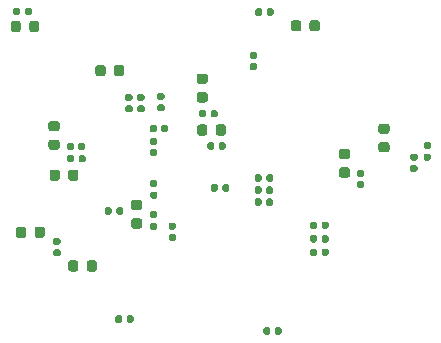
<source format=gbp>
G04 #@! TF.GenerationSoftware,KiCad,Pcbnew,5.1.6*
G04 #@! TF.CreationDate,2020-05-21T11:34:31+02:00*
G04 #@! TF.ProjectId,luna_rev0,6c756e61-5f72-4657-9630-2e6b69636164,r0*
G04 #@! TF.SameCoordinates,Original*
G04 #@! TF.FileFunction,Paste,Bot*
G04 #@! TF.FilePolarity,Positive*
%FSLAX46Y46*%
G04 Gerber Fmt 4.6, Leading zero omitted, Abs format (unit mm)*
G04 Created by KiCad (PCBNEW 5.1.6) date 2020-05-21 11:34:31*
%MOMM*%
%LPD*%
G01*
G04 APERTURE LIST*
G04 APERTURE END LIST*
G36*
G01*
X114048250Y-81616000D02*
X113535750Y-81616000D01*
G75*
G02*
X113317000Y-81397250I0J218750D01*
G01*
X113317000Y-80959750D01*
G75*
G02*
X113535750Y-80741000I218750J0D01*
G01*
X114048250Y-80741000D01*
G75*
G02*
X114267000Y-80959750I0J-218750D01*
G01*
X114267000Y-81397250D01*
G75*
G02*
X114048250Y-81616000I-218750J0D01*
G01*
G37*
G36*
G01*
X114048250Y-80041000D02*
X113535750Y-80041000D01*
G75*
G02*
X113317000Y-79822250I0J218750D01*
G01*
X113317000Y-79384750D01*
G75*
G02*
X113535750Y-79166000I218750J0D01*
G01*
X114048250Y-79166000D01*
G75*
G02*
X114267000Y-79384750I0J-218750D01*
G01*
X114267000Y-79822250D01*
G75*
G02*
X114048250Y-80041000I-218750J0D01*
G01*
G37*
G36*
G01*
X107973150Y-91434400D02*
X108485650Y-91434400D01*
G75*
G02*
X108704400Y-91653150I0J-218750D01*
G01*
X108704400Y-92090650D01*
G75*
G02*
X108485650Y-92309400I-218750J0D01*
G01*
X107973150Y-92309400D01*
G75*
G02*
X107754400Y-92090650I0J218750D01*
G01*
X107754400Y-91653150D01*
G75*
G02*
X107973150Y-91434400I218750J0D01*
G01*
G37*
G36*
G01*
X107973150Y-89859400D02*
X108485650Y-89859400D01*
G75*
G02*
X108704400Y-90078150I0J-218750D01*
G01*
X108704400Y-90515650D01*
G75*
G02*
X108485650Y-90734400I-218750J0D01*
G01*
X107973150Y-90734400D01*
G75*
G02*
X107754400Y-90515650I0J218750D01*
G01*
X107754400Y-90078150D01*
G75*
G02*
X107973150Y-89859400I218750J0D01*
G01*
G37*
G36*
G01*
X100005500Y-74927750D02*
X100005500Y-75440250D01*
G75*
G02*
X99786750Y-75659000I-218750J0D01*
G01*
X99349250Y-75659000D01*
G75*
G02*
X99130500Y-75440250I0J218750D01*
G01*
X99130500Y-74927750D01*
G75*
G02*
X99349250Y-74709000I218750J0D01*
G01*
X99786750Y-74709000D01*
G75*
G02*
X100005500Y-74927750I0J-218750D01*
G01*
G37*
G36*
G01*
X98430500Y-74927750D02*
X98430500Y-75440250D01*
G75*
G02*
X98211750Y-75659000I-218750J0D01*
G01*
X97774250Y-75659000D01*
G75*
G02*
X97555500Y-75440250I0J218750D01*
G01*
X97555500Y-74927750D01*
G75*
G02*
X97774250Y-74709000I218750J0D01*
G01*
X98211750Y-74709000D01*
G75*
G02*
X98430500Y-74927750I0J-218750D01*
G01*
G37*
G36*
G01*
X114929500Y-84203250D02*
X114929500Y-83690750D01*
G75*
G02*
X115148250Y-83472000I218750J0D01*
G01*
X115585750Y-83472000D01*
G75*
G02*
X115804500Y-83690750I0J-218750D01*
G01*
X115804500Y-84203250D01*
G75*
G02*
X115585750Y-84422000I-218750J0D01*
G01*
X115148250Y-84422000D01*
G75*
G02*
X114929500Y-84203250I0J218750D01*
G01*
G37*
G36*
G01*
X113354500Y-84203250D02*
X113354500Y-83690750D01*
G75*
G02*
X113573250Y-83472000I218750J0D01*
G01*
X114010750Y-83472000D01*
G75*
G02*
X114229500Y-83690750I0J-218750D01*
G01*
X114229500Y-84203250D01*
G75*
G02*
X114010750Y-84422000I-218750J0D01*
G01*
X113573250Y-84422000D01*
G75*
G02*
X113354500Y-84203250I0J218750D01*
G01*
G37*
G36*
G01*
X110114300Y-80804800D02*
X110459300Y-80804800D01*
G75*
G02*
X110606800Y-80952300I0J-147500D01*
G01*
X110606800Y-81247300D01*
G75*
G02*
X110459300Y-81394800I-147500J0D01*
G01*
X110114300Y-81394800D01*
G75*
G02*
X109966800Y-81247300I0J147500D01*
G01*
X109966800Y-80952300D01*
G75*
G02*
X110114300Y-80804800I147500J0D01*
G01*
G37*
G36*
G01*
X110114300Y-81774800D02*
X110459300Y-81774800D01*
G75*
G02*
X110606800Y-81922300I0J-147500D01*
G01*
X110606800Y-82217300D01*
G75*
G02*
X110459300Y-82364800I-147500J0D01*
G01*
X110114300Y-82364800D01*
G75*
G02*
X109966800Y-82217300I0J147500D01*
G01*
X109966800Y-81922300D01*
G75*
G02*
X110114300Y-81774800I147500J0D01*
G01*
G37*
G36*
G01*
X120500500Y-100792500D02*
X120500500Y-101137500D01*
G75*
G02*
X120353000Y-101285000I-147500J0D01*
G01*
X120058000Y-101285000D01*
G75*
G02*
X119910500Y-101137500I0J147500D01*
G01*
X119910500Y-100792500D01*
G75*
G02*
X120058000Y-100645000I147500J0D01*
G01*
X120353000Y-100645000D01*
G75*
G02*
X120500500Y-100792500I0J-147500D01*
G01*
G37*
G36*
G01*
X119530500Y-100792500D02*
X119530500Y-101137500D01*
G75*
G02*
X119383000Y-101285000I-147500J0D01*
G01*
X119088000Y-101285000D01*
G75*
G02*
X118940500Y-101137500I0J147500D01*
G01*
X118940500Y-100792500D01*
G75*
G02*
X119088000Y-100645000I147500J0D01*
G01*
X119383000Y-100645000D01*
G75*
G02*
X119530500Y-100792500I0J-147500D01*
G01*
G37*
G36*
G01*
X115483000Y-89009000D02*
X115483000Y-88664000D01*
G75*
G02*
X115630500Y-88516500I147500J0D01*
G01*
X115925500Y-88516500D01*
G75*
G02*
X116073000Y-88664000I0J-147500D01*
G01*
X116073000Y-89009000D01*
G75*
G02*
X115925500Y-89156500I-147500J0D01*
G01*
X115630500Y-89156500D01*
G75*
G02*
X115483000Y-89009000I0J147500D01*
G01*
G37*
G36*
G01*
X114513000Y-89009000D02*
X114513000Y-88664000D01*
G75*
G02*
X114660500Y-88516500I147500J0D01*
G01*
X114955500Y-88516500D01*
G75*
G02*
X115103000Y-88664000I0J-147500D01*
G01*
X115103000Y-89009000D01*
G75*
G02*
X114955500Y-89156500I-147500J0D01*
G01*
X114660500Y-89156500D01*
G75*
G02*
X114513000Y-89009000I0J147500D01*
G01*
G37*
G36*
G01*
X98385000Y-73741500D02*
X98385000Y-74086500D01*
G75*
G02*
X98237500Y-74234000I-147500J0D01*
G01*
X97942500Y-74234000D01*
G75*
G02*
X97795000Y-74086500I0J147500D01*
G01*
X97795000Y-73741500D01*
G75*
G02*
X97942500Y-73594000I147500J0D01*
G01*
X98237500Y-73594000D01*
G75*
G02*
X98385000Y-73741500I0J-147500D01*
G01*
G37*
G36*
G01*
X99355000Y-73741500D02*
X99355000Y-74086500D01*
G75*
G02*
X99207500Y-74234000I-147500J0D01*
G01*
X98912500Y-74234000D01*
G75*
G02*
X98765000Y-74086500I0J147500D01*
G01*
X98765000Y-73741500D01*
G75*
G02*
X98912500Y-73594000I147500J0D01*
G01*
X99207500Y-73594000D01*
G75*
G02*
X99355000Y-73741500I0J-147500D01*
G01*
G37*
G36*
G01*
X114218500Y-85453000D02*
X114218500Y-85108000D01*
G75*
G02*
X114366000Y-84960500I147500J0D01*
G01*
X114661000Y-84960500D01*
G75*
G02*
X114808500Y-85108000I0J-147500D01*
G01*
X114808500Y-85453000D01*
G75*
G02*
X114661000Y-85600500I-147500J0D01*
G01*
X114366000Y-85600500D01*
G75*
G02*
X114218500Y-85453000I0J147500D01*
G01*
G37*
G36*
G01*
X115188500Y-85453000D02*
X115188500Y-85108000D01*
G75*
G02*
X115336000Y-84960500I147500J0D01*
G01*
X115631000Y-84960500D01*
G75*
G02*
X115778500Y-85108000I0J-147500D01*
G01*
X115778500Y-85453000D01*
G75*
G02*
X115631000Y-85600500I-147500J0D01*
G01*
X115336000Y-85600500D01*
G75*
G02*
X115188500Y-85453000I0J147500D01*
G01*
G37*
G36*
G01*
X113520000Y-82722500D02*
X113520000Y-82377500D01*
G75*
G02*
X113667500Y-82230000I147500J0D01*
G01*
X113962500Y-82230000D01*
G75*
G02*
X114110000Y-82377500I0J-147500D01*
G01*
X114110000Y-82722500D01*
G75*
G02*
X113962500Y-82870000I-147500J0D01*
G01*
X113667500Y-82870000D01*
G75*
G02*
X113520000Y-82722500I0J147500D01*
G01*
G37*
G36*
G01*
X114490000Y-82722500D02*
X114490000Y-82377500D01*
G75*
G02*
X114637500Y-82230000I147500J0D01*
G01*
X114932500Y-82230000D01*
G75*
G02*
X115080000Y-82377500I0J-147500D01*
G01*
X115080000Y-82722500D01*
G75*
G02*
X114932500Y-82870000I-147500J0D01*
G01*
X114637500Y-82870000D01*
G75*
G02*
X114490000Y-82722500I0J147500D01*
G01*
G37*
G36*
G01*
X109837000Y-85194500D02*
X109492000Y-85194500D01*
G75*
G02*
X109344500Y-85047000I0J147500D01*
G01*
X109344500Y-84752000D01*
G75*
G02*
X109492000Y-84604500I147500J0D01*
G01*
X109837000Y-84604500D01*
G75*
G02*
X109984500Y-84752000I0J-147500D01*
G01*
X109984500Y-85047000D01*
G75*
G02*
X109837000Y-85194500I-147500J0D01*
G01*
G37*
G36*
G01*
X109837000Y-86164500D02*
X109492000Y-86164500D01*
G75*
G02*
X109344500Y-86017000I0J147500D01*
G01*
X109344500Y-85722000D01*
G75*
G02*
X109492000Y-85574500I147500J0D01*
G01*
X109837000Y-85574500D01*
G75*
G02*
X109984500Y-85722000I0J-147500D01*
G01*
X109984500Y-86017000D01*
G75*
G02*
X109837000Y-86164500I-147500J0D01*
G01*
G37*
G36*
G01*
X109849700Y-88783800D02*
X109504700Y-88783800D01*
G75*
G02*
X109357200Y-88636300I0J147500D01*
G01*
X109357200Y-88341300D01*
G75*
G02*
X109504700Y-88193800I147500J0D01*
G01*
X109849700Y-88193800D01*
G75*
G02*
X109997200Y-88341300I0J-147500D01*
G01*
X109997200Y-88636300D01*
G75*
G02*
X109849700Y-88783800I-147500J0D01*
G01*
G37*
G36*
G01*
X109849700Y-89753800D02*
X109504700Y-89753800D01*
G75*
G02*
X109357200Y-89606300I0J147500D01*
G01*
X109357200Y-89311300D01*
G75*
G02*
X109504700Y-89163800I147500J0D01*
G01*
X109849700Y-89163800D01*
G75*
G02*
X109997200Y-89311300I0J-147500D01*
G01*
X109997200Y-89606300D01*
G75*
G02*
X109849700Y-89753800I-147500J0D01*
G01*
G37*
G36*
G01*
X109492000Y-90827500D02*
X109837000Y-90827500D01*
G75*
G02*
X109984500Y-90975000I0J-147500D01*
G01*
X109984500Y-91270000D01*
G75*
G02*
X109837000Y-91417500I-147500J0D01*
G01*
X109492000Y-91417500D01*
G75*
G02*
X109344500Y-91270000I0J147500D01*
G01*
X109344500Y-90975000D01*
G75*
G02*
X109492000Y-90827500I147500J0D01*
G01*
G37*
G36*
G01*
X109492000Y-91797500D02*
X109837000Y-91797500D01*
G75*
G02*
X109984500Y-91945000I0J-147500D01*
G01*
X109984500Y-92240000D01*
G75*
G02*
X109837000Y-92387500I-147500J0D01*
G01*
X109492000Y-92387500D01*
G75*
G02*
X109344500Y-92240000I0J147500D01*
G01*
X109344500Y-91945000D01*
G75*
G02*
X109492000Y-91797500I147500J0D01*
G01*
G37*
G36*
G01*
X122867000Y-75376750D02*
X122867000Y-74864250D01*
G75*
G02*
X123085750Y-74645500I218750J0D01*
G01*
X123523250Y-74645500D01*
G75*
G02*
X123742000Y-74864250I0J-218750D01*
G01*
X123742000Y-75376750D01*
G75*
G02*
X123523250Y-75595500I-218750J0D01*
G01*
X123085750Y-75595500D01*
G75*
G02*
X122867000Y-75376750I0J218750D01*
G01*
G37*
G36*
G01*
X121292000Y-75376750D02*
X121292000Y-74864250D01*
G75*
G02*
X121510750Y-74645500I218750J0D01*
G01*
X121948250Y-74645500D01*
G75*
G02*
X122167000Y-74864250I0J-218750D01*
G01*
X122167000Y-75376750D01*
G75*
G02*
X121948250Y-75595500I-218750J0D01*
G01*
X121510750Y-75595500D01*
G75*
G02*
X121292000Y-75376750I0J218750D01*
G01*
G37*
G36*
G01*
X118267400Y-74137300D02*
X118267400Y-73792300D01*
G75*
G02*
X118414900Y-73644800I147500J0D01*
G01*
X118709900Y-73644800D01*
G75*
G02*
X118857400Y-73792300I0J-147500D01*
G01*
X118857400Y-74137300D01*
G75*
G02*
X118709900Y-74284800I-147500J0D01*
G01*
X118414900Y-74284800D01*
G75*
G02*
X118267400Y-74137300I0J147500D01*
G01*
G37*
G36*
G01*
X119237400Y-74137300D02*
X119237400Y-73792300D01*
G75*
G02*
X119384900Y-73644800I147500J0D01*
G01*
X119679900Y-73644800D01*
G75*
G02*
X119827400Y-73792300I0J-147500D01*
G01*
X119827400Y-74137300D01*
G75*
G02*
X119679900Y-74284800I-147500J0D01*
G01*
X119384900Y-74284800D01*
G75*
G02*
X119237400Y-74137300I0J147500D01*
G01*
G37*
G36*
G01*
X111424500Y-93340000D02*
X111079500Y-93340000D01*
G75*
G02*
X110932000Y-93192500I0J147500D01*
G01*
X110932000Y-92897500D01*
G75*
G02*
X111079500Y-92750000I147500J0D01*
G01*
X111424500Y-92750000D01*
G75*
G02*
X111572000Y-92897500I0J-147500D01*
G01*
X111572000Y-93192500D01*
G75*
G02*
X111424500Y-93340000I-147500J0D01*
G01*
G37*
G36*
G01*
X111424500Y-92370000D02*
X111079500Y-92370000D01*
G75*
G02*
X110932000Y-92222500I0J147500D01*
G01*
X110932000Y-91927500D01*
G75*
G02*
X111079500Y-91780000I147500J0D01*
G01*
X111424500Y-91780000D01*
G75*
G02*
X111572000Y-91927500I0J-147500D01*
G01*
X111572000Y-92222500D01*
G75*
G02*
X111424500Y-92370000I-147500J0D01*
G01*
G37*
G36*
G01*
X117937500Y-78295000D02*
X118282500Y-78295000D01*
G75*
G02*
X118430000Y-78442500I0J-147500D01*
G01*
X118430000Y-78737500D01*
G75*
G02*
X118282500Y-78885000I-147500J0D01*
G01*
X117937500Y-78885000D01*
G75*
G02*
X117790000Y-78737500I0J147500D01*
G01*
X117790000Y-78442500D01*
G75*
G02*
X117937500Y-78295000I147500J0D01*
G01*
G37*
G36*
G01*
X117937500Y-77325000D02*
X118282500Y-77325000D01*
G75*
G02*
X118430000Y-77472500I0J-147500D01*
G01*
X118430000Y-77767500D01*
G75*
G02*
X118282500Y-77915000I-147500J0D01*
G01*
X117937500Y-77915000D01*
G75*
G02*
X117790000Y-77767500I0J147500D01*
G01*
X117790000Y-77472500D01*
G75*
G02*
X117937500Y-77325000I147500J0D01*
G01*
G37*
G36*
G01*
X119212000Y-88183500D02*
X119212000Y-87838500D01*
G75*
G02*
X119359500Y-87691000I147500J0D01*
G01*
X119654500Y-87691000D01*
G75*
G02*
X119802000Y-87838500I0J-147500D01*
G01*
X119802000Y-88183500D01*
G75*
G02*
X119654500Y-88331000I-147500J0D01*
G01*
X119359500Y-88331000D01*
G75*
G02*
X119212000Y-88183500I0J147500D01*
G01*
G37*
G36*
G01*
X118242000Y-88183500D02*
X118242000Y-87838500D01*
G75*
G02*
X118389500Y-87691000I147500J0D01*
G01*
X118684500Y-87691000D01*
G75*
G02*
X118832000Y-87838500I0J-147500D01*
G01*
X118832000Y-88183500D01*
G75*
G02*
X118684500Y-88331000I-147500J0D01*
G01*
X118389500Y-88331000D01*
G75*
G02*
X118242000Y-88183500I0J147500D01*
G01*
G37*
G36*
G01*
X107102000Y-90632500D02*
X107102000Y-90977500D01*
G75*
G02*
X106954500Y-91125000I-147500J0D01*
G01*
X106659500Y-91125000D01*
G75*
G02*
X106512000Y-90977500I0J147500D01*
G01*
X106512000Y-90632500D01*
G75*
G02*
X106659500Y-90485000I147500J0D01*
G01*
X106954500Y-90485000D01*
G75*
G02*
X107102000Y-90632500I0J-147500D01*
G01*
G37*
G36*
G01*
X106132000Y-90632500D02*
X106132000Y-90977500D01*
G75*
G02*
X105984500Y-91125000I-147500J0D01*
G01*
X105689500Y-91125000D01*
G75*
G02*
X105542000Y-90977500I0J147500D01*
G01*
X105542000Y-90632500D01*
G75*
G02*
X105689500Y-90485000I147500J0D01*
G01*
X105984500Y-90485000D01*
G75*
G02*
X106132000Y-90632500I0J-147500D01*
G01*
G37*
G36*
G01*
X107196340Y-78656470D02*
X107196340Y-79168970D01*
G75*
G02*
X106977590Y-79387720I-218750J0D01*
G01*
X106540090Y-79387720D01*
G75*
G02*
X106321340Y-79168970I0J218750D01*
G01*
X106321340Y-78656470D01*
G75*
G02*
X106540090Y-78437720I218750J0D01*
G01*
X106977590Y-78437720D01*
G75*
G02*
X107196340Y-78656470I0J-218750D01*
G01*
G37*
G36*
G01*
X105621340Y-78656470D02*
X105621340Y-79168970D01*
G75*
G02*
X105402590Y-79387720I-218750J0D01*
G01*
X104965090Y-79387720D01*
G75*
G02*
X104746340Y-79168970I0J218750D01*
G01*
X104746340Y-78656470D01*
G75*
G02*
X104965090Y-78437720I218750J0D01*
G01*
X105402590Y-78437720D01*
G75*
G02*
X105621340Y-78656470I0J-218750D01*
G01*
G37*
G36*
G01*
X107396500Y-80881000D02*
X107741500Y-80881000D01*
G75*
G02*
X107889000Y-81028500I0J-147500D01*
G01*
X107889000Y-81323500D01*
G75*
G02*
X107741500Y-81471000I-147500J0D01*
G01*
X107396500Y-81471000D01*
G75*
G02*
X107249000Y-81323500I0J147500D01*
G01*
X107249000Y-81028500D01*
G75*
G02*
X107396500Y-80881000I147500J0D01*
G01*
G37*
G36*
G01*
X107396500Y-81851000D02*
X107741500Y-81851000D01*
G75*
G02*
X107889000Y-81998500I0J-147500D01*
G01*
X107889000Y-82293500D01*
G75*
G02*
X107741500Y-82441000I-147500J0D01*
G01*
X107396500Y-82441000D01*
G75*
G02*
X107249000Y-82293500I0J147500D01*
G01*
X107249000Y-81998500D01*
G75*
G02*
X107396500Y-81851000I147500J0D01*
G01*
G37*
G36*
G01*
X108412500Y-81851000D02*
X108757500Y-81851000D01*
G75*
G02*
X108905000Y-81998500I0J-147500D01*
G01*
X108905000Y-82293500D01*
G75*
G02*
X108757500Y-82441000I-147500J0D01*
G01*
X108412500Y-82441000D01*
G75*
G02*
X108265000Y-82293500I0J147500D01*
G01*
X108265000Y-81998500D01*
G75*
G02*
X108412500Y-81851000I147500J0D01*
G01*
G37*
G36*
G01*
X108412500Y-80881000D02*
X108757500Y-80881000D01*
G75*
G02*
X108905000Y-81028500I0J-147500D01*
G01*
X108905000Y-81323500D01*
G75*
G02*
X108757500Y-81471000I-147500J0D01*
G01*
X108412500Y-81471000D01*
G75*
G02*
X108265000Y-81323500I0J147500D01*
G01*
X108265000Y-81028500D01*
G75*
G02*
X108412500Y-80881000I147500J0D01*
G01*
G37*
G36*
G01*
X118219000Y-90215500D02*
X118219000Y-89870500D01*
G75*
G02*
X118366500Y-89723000I147500J0D01*
G01*
X118661500Y-89723000D01*
G75*
G02*
X118809000Y-89870500I0J-147500D01*
G01*
X118809000Y-90215500D01*
G75*
G02*
X118661500Y-90363000I-147500J0D01*
G01*
X118366500Y-90363000D01*
G75*
G02*
X118219000Y-90215500I0J147500D01*
G01*
G37*
G36*
G01*
X119189000Y-90215500D02*
X119189000Y-89870500D01*
G75*
G02*
X119336500Y-89723000I147500J0D01*
G01*
X119631500Y-89723000D01*
G75*
G02*
X119779000Y-89870500I0J-147500D01*
G01*
X119779000Y-90215500D01*
G75*
G02*
X119631500Y-90363000I-147500J0D01*
G01*
X119336500Y-90363000D01*
G75*
G02*
X119189000Y-90215500I0J147500D01*
G01*
G37*
G36*
G01*
X103291000Y-85516500D02*
X103291000Y-85171500D01*
G75*
G02*
X103438500Y-85024000I147500J0D01*
G01*
X103733500Y-85024000D01*
G75*
G02*
X103881000Y-85171500I0J-147500D01*
G01*
X103881000Y-85516500D01*
G75*
G02*
X103733500Y-85664000I-147500J0D01*
G01*
X103438500Y-85664000D01*
G75*
G02*
X103291000Y-85516500I0J147500D01*
G01*
G37*
G36*
G01*
X102321000Y-85516500D02*
X102321000Y-85171500D01*
G75*
G02*
X102468500Y-85024000I147500J0D01*
G01*
X102763500Y-85024000D01*
G75*
G02*
X102911000Y-85171500I0J-147500D01*
G01*
X102911000Y-85516500D01*
G75*
G02*
X102763500Y-85664000I-147500J0D01*
G01*
X102468500Y-85664000D01*
G75*
G02*
X102321000Y-85516500I0J147500D01*
G01*
G37*
G36*
G01*
X109919000Y-83647500D02*
X109919000Y-83992500D01*
G75*
G02*
X109771500Y-84140000I-147500J0D01*
G01*
X109476500Y-84140000D01*
G75*
G02*
X109329000Y-83992500I0J147500D01*
G01*
X109329000Y-83647500D01*
G75*
G02*
X109476500Y-83500000I147500J0D01*
G01*
X109771500Y-83500000D01*
G75*
G02*
X109919000Y-83647500I0J-147500D01*
G01*
G37*
G36*
G01*
X110889000Y-83647500D02*
X110889000Y-83992500D01*
G75*
G02*
X110741500Y-84140000I-147500J0D01*
G01*
X110446500Y-84140000D01*
G75*
G02*
X110299000Y-83992500I0J147500D01*
G01*
X110299000Y-83647500D01*
G75*
G02*
X110446500Y-83500000I147500J0D01*
G01*
X110741500Y-83500000D01*
G75*
G02*
X110889000Y-83647500I0J-147500D01*
G01*
G37*
G36*
G01*
X100462700Y-92352150D02*
X100462700Y-92864650D01*
G75*
G02*
X100243950Y-93083400I-218750J0D01*
G01*
X99806450Y-93083400D01*
G75*
G02*
X99587700Y-92864650I0J218750D01*
G01*
X99587700Y-92352150D01*
G75*
G02*
X99806450Y-92133400I218750J0D01*
G01*
X100243950Y-92133400D01*
G75*
G02*
X100462700Y-92352150I0J-218750D01*
G01*
G37*
G36*
G01*
X98887700Y-92352150D02*
X98887700Y-92864650D01*
G75*
G02*
X98668950Y-93083400I-218750J0D01*
G01*
X98231450Y-93083400D01*
G75*
G02*
X98012700Y-92864650I0J218750D01*
G01*
X98012700Y-92352150D01*
G75*
G02*
X98231450Y-92133400I218750J0D01*
G01*
X98668950Y-92133400D01*
G75*
G02*
X98887700Y-92352150I0J-218750D01*
G01*
G37*
G36*
G01*
X103307300Y-95196950D02*
X103307300Y-95709450D01*
G75*
G02*
X103088550Y-95928200I-218750J0D01*
G01*
X102651050Y-95928200D01*
G75*
G02*
X102432300Y-95709450I0J218750D01*
G01*
X102432300Y-95196950D01*
G75*
G02*
X102651050Y-94978200I218750J0D01*
G01*
X103088550Y-94978200D01*
G75*
G02*
X103307300Y-95196950I0J-218750D01*
G01*
G37*
G36*
G01*
X104882300Y-95196950D02*
X104882300Y-95709450D01*
G75*
G02*
X104663550Y-95928200I-218750J0D01*
G01*
X104226050Y-95928200D01*
G75*
G02*
X104007300Y-95709450I0J218750D01*
G01*
X104007300Y-95196950D01*
G75*
G02*
X104226050Y-94978200I218750J0D01*
G01*
X104663550Y-94978200D01*
G75*
G02*
X104882300Y-95196950I0J-218750D01*
G01*
G37*
G36*
G01*
X101645500Y-93663000D02*
X101300500Y-93663000D01*
G75*
G02*
X101153000Y-93515500I0J147500D01*
G01*
X101153000Y-93220500D01*
G75*
G02*
X101300500Y-93073000I147500J0D01*
G01*
X101645500Y-93073000D01*
G75*
G02*
X101793000Y-93220500I0J-147500D01*
G01*
X101793000Y-93515500D01*
G75*
G02*
X101645500Y-93663000I-147500J0D01*
G01*
G37*
G36*
G01*
X101645500Y-94633000D02*
X101300500Y-94633000D01*
G75*
G02*
X101153000Y-94485500I0J147500D01*
G01*
X101153000Y-94190500D01*
G75*
G02*
X101300500Y-94043000I147500J0D01*
G01*
X101645500Y-94043000D01*
G75*
G02*
X101793000Y-94190500I0J-147500D01*
G01*
X101793000Y-94485500D01*
G75*
G02*
X101645500Y-94633000I-147500J0D01*
G01*
G37*
G36*
G01*
X118219000Y-89199500D02*
X118219000Y-88854500D01*
G75*
G02*
X118366500Y-88707000I147500J0D01*
G01*
X118661500Y-88707000D01*
G75*
G02*
X118809000Y-88854500I0J-147500D01*
G01*
X118809000Y-89199500D01*
G75*
G02*
X118661500Y-89347000I-147500J0D01*
G01*
X118366500Y-89347000D01*
G75*
G02*
X118219000Y-89199500I0J147500D01*
G01*
G37*
G36*
G01*
X119189000Y-89199500D02*
X119189000Y-88854500D01*
G75*
G02*
X119336500Y-88707000I147500J0D01*
G01*
X119631500Y-88707000D01*
G75*
G02*
X119779000Y-88854500I0J-147500D01*
G01*
X119779000Y-89199500D01*
G75*
G02*
X119631500Y-89347000I-147500J0D01*
G01*
X119336500Y-89347000D01*
G75*
G02*
X119189000Y-89199500I0J147500D01*
G01*
G37*
G36*
G01*
X127363000Y-88877500D02*
X127018000Y-88877500D01*
G75*
G02*
X126870500Y-88730000I0J147500D01*
G01*
X126870500Y-88435000D01*
G75*
G02*
X127018000Y-88287500I147500J0D01*
G01*
X127363000Y-88287500D01*
G75*
G02*
X127510500Y-88435000I0J-147500D01*
G01*
X127510500Y-88730000D01*
G75*
G02*
X127363000Y-88877500I-147500J0D01*
G01*
G37*
G36*
G01*
X127363000Y-87907500D02*
X127018000Y-87907500D01*
G75*
G02*
X126870500Y-87760000I0J147500D01*
G01*
X126870500Y-87465000D01*
G75*
G02*
X127018000Y-87317500I147500J0D01*
G01*
X127363000Y-87317500D01*
G75*
G02*
X127510500Y-87465000I0J-147500D01*
G01*
X127510500Y-87760000D01*
G75*
G02*
X127363000Y-87907500I-147500J0D01*
G01*
G37*
G36*
G01*
X129427950Y-84272540D02*
X128915450Y-84272540D01*
G75*
G02*
X128696700Y-84053790I0J218750D01*
G01*
X128696700Y-83616290D01*
G75*
G02*
X128915450Y-83397540I218750J0D01*
G01*
X129427950Y-83397540D01*
G75*
G02*
X129646700Y-83616290I0J-218750D01*
G01*
X129646700Y-84053790D01*
G75*
G02*
X129427950Y-84272540I-218750J0D01*
G01*
G37*
G36*
G01*
X129427950Y-85847540D02*
X128915450Y-85847540D01*
G75*
G02*
X128696700Y-85628790I0J218750D01*
G01*
X128696700Y-85191290D01*
G75*
G02*
X128915450Y-84972540I218750J0D01*
G01*
X129427950Y-84972540D01*
G75*
G02*
X129646700Y-85191290I0J-218750D01*
G01*
X129646700Y-85628790D01*
G75*
G02*
X129427950Y-85847540I-218750J0D01*
G01*
G37*
G36*
G01*
X125575350Y-85541300D02*
X126087850Y-85541300D01*
G75*
G02*
X126306600Y-85760050I0J-218750D01*
G01*
X126306600Y-86197550D01*
G75*
G02*
X126087850Y-86416300I-218750J0D01*
G01*
X125575350Y-86416300D01*
G75*
G02*
X125356600Y-86197550I0J218750D01*
G01*
X125356600Y-85760050D01*
G75*
G02*
X125575350Y-85541300I218750J0D01*
G01*
G37*
G36*
G01*
X125575350Y-87116300D02*
X126087850Y-87116300D01*
G75*
G02*
X126306600Y-87335050I0J-218750D01*
G01*
X126306600Y-87772550D01*
G75*
G02*
X126087850Y-87991300I-218750J0D01*
G01*
X125575350Y-87991300D01*
G75*
G02*
X125356600Y-87772550I0J218750D01*
G01*
X125356600Y-87335050D01*
G75*
G02*
X125575350Y-87116300I218750J0D01*
G01*
G37*
G36*
G01*
X131526500Y-85938000D02*
X131871500Y-85938000D01*
G75*
G02*
X132019000Y-86085500I0J-147500D01*
G01*
X132019000Y-86380500D01*
G75*
G02*
X131871500Y-86528000I-147500J0D01*
G01*
X131526500Y-86528000D01*
G75*
G02*
X131379000Y-86380500I0J147500D01*
G01*
X131379000Y-86085500D01*
G75*
G02*
X131526500Y-85938000I147500J0D01*
G01*
G37*
G36*
G01*
X131526500Y-86908000D02*
X131871500Y-86908000D01*
G75*
G02*
X132019000Y-87055500I0J-147500D01*
G01*
X132019000Y-87350500D01*
G75*
G02*
X131871500Y-87498000I-147500J0D01*
G01*
X131526500Y-87498000D01*
G75*
G02*
X131379000Y-87350500I0J147500D01*
G01*
X131379000Y-87055500D01*
G75*
G02*
X131526500Y-86908000I147500J0D01*
G01*
G37*
G36*
G01*
X132669500Y-85938000D02*
X133014500Y-85938000D01*
G75*
G02*
X133162000Y-86085500I0J-147500D01*
G01*
X133162000Y-86380500D01*
G75*
G02*
X133014500Y-86528000I-147500J0D01*
G01*
X132669500Y-86528000D01*
G75*
G02*
X132522000Y-86380500I0J147500D01*
G01*
X132522000Y-86085500D01*
G75*
G02*
X132669500Y-85938000I147500J0D01*
G01*
G37*
G36*
G01*
X132669500Y-84968000D02*
X133014500Y-84968000D01*
G75*
G02*
X133162000Y-85115500I0J-147500D01*
G01*
X133162000Y-85410500D01*
G75*
G02*
X133014500Y-85558000I-147500J0D01*
G01*
X132669500Y-85558000D01*
G75*
G02*
X132522000Y-85410500I0J147500D01*
G01*
X132522000Y-85115500D01*
G75*
G02*
X132669500Y-84968000I147500J0D01*
G01*
G37*
G36*
G01*
X102344000Y-86532500D02*
X102344000Y-86187500D01*
G75*
G02*
X102491500Y-86040000I147500J0D01*
G01*
X102786500Y-86040000D01*
G75*
G02*
X102934000Y-86187500I0J-147500D01*
G01*
X102934000Y-86532500D01*
G75*
G02*
X102786500Y-86680000I-147500J0D01*
G01*
X102491500Y-86680000D01*
G75*
G02*
X102344000Y-86532500I0J147500D01*
G01*
G37*
G36*
G01*
X103314000Y-86532500D02*
X103314000Y-86187500D01*
G75*
G02*
X103461500Y-86040000I147500J0D01*
G01*
X103756500Y-86040000D01*
G75*
G02*
X103904000Y-86187500I0J-147500D01*
G01*
X103904000Y-86532500D01*
G75*
G02*
X103756500Y-86680000I-147500J0D01*
G01*
X103461500Y-86680000D01*
G75*
G02*
X103314000Y-86532500I0J147500D01*
G01*
G37*
G36*
G01*
X101500650Y-84054100D02*
X100988150Y-84054100D01*
G75*
G02*
X100769400Y-83835350I0J218750D01*
G01*
X100769400Y-83397850D01*
G75*
G02*
X100988150Y-83179100I218750J0D01*
G01*
X101500650Y-83179100D01*
G75*
G02*
X101719400Y-83397850I0J-218750D01*
G01*
X101719400Y-83835350D01*
G75*
G02*
X101500650Y-84054100I-218750J0D01*
G01*
G37*
G36*
G01*
X101500650Y-85629100D02*
X100988150Y-85629100D01*
G75*
G02*
X100769400Y-85410350I0J218750D01*
G01*
X100769400Y-84972850D01*
G75*
G02*
X100988150Y-84754100I218750J0D01*
G01*
X101500650Y-84754100D01*
G75*
G02*
X101719400Y-84972850I0J-218750D01*
G01*
X101719400Y-85410350D01*
G75*
G02*
X101500650Y-85629100I-218750J0D01*
G01*
G37*
G36*
G01*
X106998000Y-99776500D02*
X106998000Y-100121500D01*
G75*
G02*
X106850500Y-100269000I-147500J0D01*
G01*
X106555500Y-100269000D01*
G75*
G02*
X106408000Y-100121500I0J147500D01*
G01*
X106408000Y-99776500D01*
G75*
G02*
X106555500Y-99629000I147500J0D01*
G01*
X106850500Y-99629000D01*
G75*
G02*
X106998000Y-99776500I0J-147500D01*
G01*
G37*
G36*
G01*
X107968000Y-99776500D02*
X107968000Y-100121500D01*
G75*
G02*
X107820500Y-100269000I-147500J0D01*
G01*
X107525500Y-100269000D01*
G75*
G02*
X107378000Y-100121500I0J147500D01*
G01*
X107378000Y-99776500D01*
G75*
G02*
X107525500Y-99629000I147500J0D01*
G01*
X107820500Y-99629000D01*
G75*
G02*
X107968000Y-99776500I0J-147500D01*
G01*
G37*
G36*
G01*
X103307500Y-87526150D02*
X103307500Y-88038650D01*
G75*
G02*
X103088750Y-88257400I-218750J0D01*
G01*
X102651250Y-88257400D01*
G75*
G02*
X102432500Y-88038650I0J218750D01*
G01*
X102432500Y-87526150D01*
G75*
G02*
X102651250Y-87307400I218750J0D01*
G01*
X103088750Y-87307400D01*
G75*
G02*
X103307500Y-87526150I0J-218750D01*
G01*
G37*
G36*
G01*
X101732500Y-87526150D02*
X101732500Y-88038650D01*
G75*
G02*
X101513750Y-88257400I-218750J0D01*
G01*
X101076250Y-88257400D01*
G75*
G02*
X100857500Y-88038650I0J218750D01*
G01*
X100857500Y-87526150D01*
G75*
G02*
X101076250Y-87307400I218750J0D01*
G01*
X101513750Y-87307400D01*
G75*
G02*
X101732500Y-87526150I0J-218750D01*
G01*
G37*
G36*
G01*
X123888000Y-92184000D02*
X123888000Y-91839000D01*
G75*
G02*
X124035500Y-91691500I147500J0D01*
G01*
X124330500Y-91691500D01*
G75*
G02*
X124478000Y-91839000I0J-147500D01*
G01*
X124478000Y-92184000D01*
G75*
G02*
X124330500Y-92331500I-147500J0D01*
G01*
X124035500Y-92331500D01*
G75*
G02*
X123888000Y-92184000I0J147500D01*
G01*
G37*
G36*
G01*
X122918000Y-92184000D02*
X122918000Y-91839000D01*
G75*
G02*
X123065500Y-91691500I147500J0D01*
G01*
X123360500Y-91691500D01*
G75*
G02*
X123508000Y-91839000I0J-147500D01*
G01*
X123508000Y-92184000D01*
G75*
G02*
X123360500Y-92331500I-147500J0D01*
G01*
X123065500Y-92331500D01*
G75*
G02*
X122918000Y-92184000I0J147500D01*
G01*
G37*
G36*
G01*
X123888000Y-93327000D02*
X123888000Y-92982000D01*
G75*
G02*
X124035500Y-92834500I147500J0D01*
G01*
X124330500Y-92834500D01*
G75*
G02*
X124478000Y-92982000I0J-147500D01*
G01*
X124478000Y-93327000D01*
G75*
G02*
X124330500Y-93474500I-147500J0D01*
G01*
X124035500Y-93474500D01*
G75*
G02*
X123888000Y-93327000I0J147500D01*
G01*
G37*
G36*
G01*
X122918000Y-93327000D02*
X122918000Y-92982000D01*
G75*
G02*
X123065500Y-92834500I147500J0D01*
G01*
X123360500Y-92834500D01*
G75*
G02*
X123508000Y-92982000I0J-147500D01*
G01*
X123508000Y-93327000D01*
G75*
G02*
X123360500Y-93474500I-147500J0D01*
G01*
X123065500Y-93474500D01*
G75*
G02*
X122918000Y-93327000I0J147500D01*
G01*
G37*
G36*
G01*
X123888000Y-94470000D02*
X123888000Y-94125000D01*
G75*
G02*
X124035500Y-93977500I147500J0D01*
G01*
X124330500Y-93977500D01*
G75*
G02*
X124478000Y-94125000I0J-147500D01*
G01*
X124478000Y-94470000D01*
G75*
G02*
X124330500Y-94617500I-147500J0D01*
G01*
X124035500Y-94617500D01*
G75*
G02*
X123888000Y-94470000I0J147500D01*
G01*
G37*
G36*
G01*
X122918000Y-94470000D02*
X122918000Y-94125000D01*
G75*
G02*
X123065500Y-93977500I147500J0D01*
G01*
X123360500Y-93977500D01*
G75*
G02*
X123508000Y-94125000I0J-147500D01*
G01*
X123508000Y-94470000D01*
G75*
G02*
X123360500Y-94617500I-147500J0D01*
G01*
X123065500Y-94617500D01*
G75*
G02*
X122918000Y-94470000I0J147500D01*
G01*
G37*
M02*

</source>
